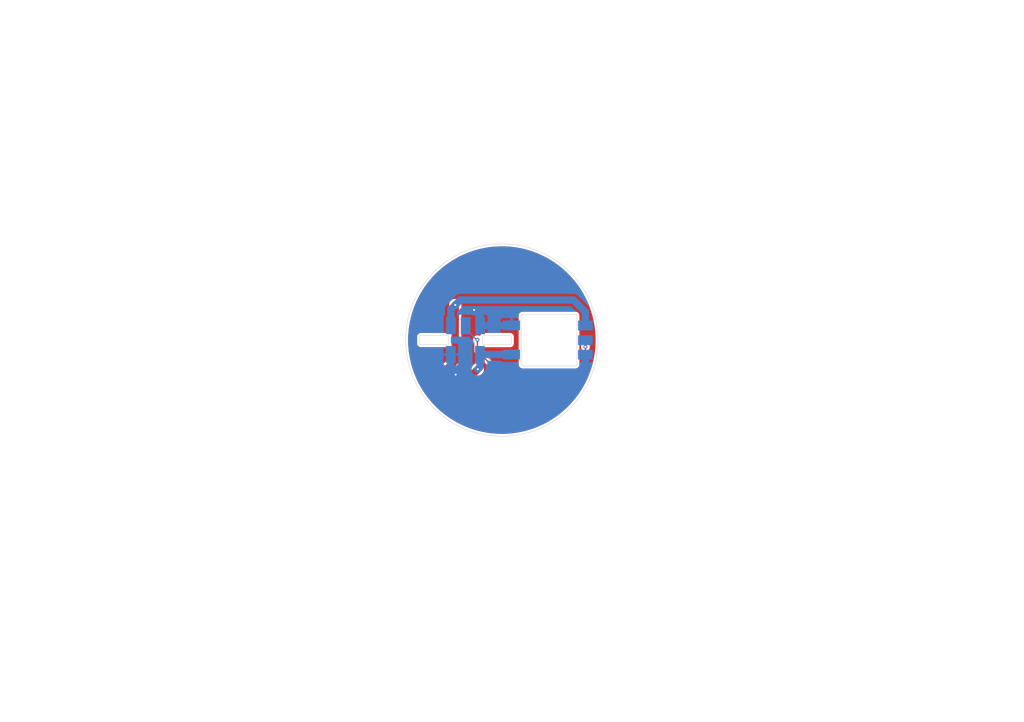
<source format=kicad_pcb>
(kicad_pcb (version 20211014) (generator pcbnew)
  (layers (0 "F.Cu" signal) (31 "B.Cu" signal) (34 "B.Paste" user) (35 "F.Paste" user) (36 "B.SilkS" user "B.Silkscreen") (37 "F.SilkS" user "F.Silkscreen") (38 "B.Mask" user) (39 "F.Mask" user) (44 "Edge.Cuts" user))
  (net 0 "")
  (net 1 "+5V")
  (net 2 "LED1 DATA OUT")
  (net 3 "GND")
  (footprint "Connector:LED strip connector pad" (layer "B.Cu") (at 95.55 72.99 180)
    (fp_text reference "LED4" hide)
    (fp_text value "LED_strip_contact_pads")
    (pad "1" smd rect (at -2.967 0.381 180) (size 2 3.5) (layers "B.Cu" "B.Mask") (net 1 "+5V"))
    (pad "3" smd rect (at 2.9972 0.381 180) (size 2 3.5) (layers "B.Cu" "B.Mask") (net 3 "GND"))
  )
  (footprint "Connector:LED strip connector pad" (layer "B.Cu") (at 95.56 66.33)
    (fp_text reference "LED1" hide)
    (fp_text value "LED_strip_contact_pads")
    (pad "1" smd rect (at -2.967 0.381) (size 2 3.5) (layers "B.Cu" "B.Mask") (net 1 "+5V"))
    (pad "2" smd rect (at 0.0381 0.381) (size 2 3.5) (layers "B.Cu" "B.Mask") (net 2 "LED1 DATA OUT"))
    (pad "3" smd rect (at 2.9972 0.381) (size 2 3.5) (layers "B.Cu" "B.Mask") (net 3 "GND"))
  )
  (footprint "Connector:LED strip connector pad" (layer "B.Cu") (at 120.74 69.6481 -90)
    (fp_text reference "LED2" hide)
    (fp_text value "LED_strip_contact_pads")
    (pad "1" smd rect (at -2.967 0.635 270) (size 2 3) (layers "B.Cu" "B.Mask") (net 1 "+5V"))
    (pad "2" smd rect (at 0.0381 0.635 270) (size 2 3) (layers "B.Cu" "B.Mask") (net 2 "LED1 DATA OUT"))
    (pad "3" smd rect (at 2.9972 0.635 270) (size 2 3) (layers "B.Cu" "B.Mask") (net 3 "GND"))
  )
  (footprint "Connector:LED strip connector pad" (layer "B.Cu") (at 104.599 69.647 90)
    (fp_text reference "LED3" hide)
    (fp_text value "LED_strip_contact_pads")
    (pad "1" smd rect (at -2.967 0.381 90) (size 2 3.5) (layers "B.Cu" "B.Mask") (net 1 "+5V"))
    (pad "3" smd rect (at 2.9972 0.381 90) (size 2 3.5) (layers "B.Cu" "B.Mask") (net 3 "GND"))
  )
  (gr_line (start 99.058428 70.31) (end 99.058428 69.01) (layer "Edge.Cuts") (width 0.1))
  (gr_line (start 104.958428 69.01) (end 104.958428 70.31) (layer "Edge.Cuts") (width 0.1))
  (gr_arc (start 99.058428 69.01) (mid 99.146296 68.797868) (end 99.358428 68.71) (layer "Edge.Cuts") (width 0.1))
  (gr_arc (start 86.158428 69.01) (mid 86.246296 68.797868) (end 86.458428 68.71) (layer "Edge.Cuts") (width 0.1))
  (gr_line (start 99.358428 68.71) (end 104.658428 68.71) (layer "Edge.Cuts") (width 0.1))
  (gr_line (start 86.458428 68.71) (end 91.758428 68.71) (layer "Edge.Cuts") (width 0.1))
  (gr_line (start 104.658428 70.61) (end 99.358428 70.61) (layer "Edge.Cuts") (width 0.1))
  (gr_arc (start 91.758428 68.71) (mid 91.970561 68.797867) (end 92.058428 69.01) (layer "Edge.Cuts") (width 0.1))
  (gr_line (start 118.07 74.96) (end 107.258428 74.96) (layer "Edge.Cuts") (width 0.1))
  (gr_line (start 91.758428 70.61) (end 86.458428 70.61) (layer "Edge.Cuts") (width 0.1))
  (gr_line (start 118.37 64.66) (end 118.37 74.66) (layer "Edge.Cuts") (width 0.1))
  (gr_arc (start 118.07 64.36) (mid 118.282132 64.447868) (end 118.37 64.66) (layer "Edge.Cuts") (width 0.1))
  (gr_line (start 86.158428 70.31) (end 86.158428 69.01) (layer "Edge.Cuts") (width 0.1))
  (gr_arc (start 118.37 74.66) (mid 118.282132 74.872132) (end 118.07 74.96) (layer "Edge.Cuts") (width 0.1))
  (gr_arc (start 106.958428 64.66) (mid 107.046296 64.447868) (end 107.258428 64.36) (layer "Edge.Cuts") (width 0.1))
  (gr_line (start 106.958428 74.66) (end 106.958428 64.66) (layer "Edge.Cuts") (width 0.1))
  (gr_line (start 107.258428 64.36) (end 118.07 64.36) (layer "Edge.Cuts") (width 0.1))
  (gr_line (start 92.058428 69.01) (end 92.058428 70.31) (layer "Edge.Cuts") (width 0.1))
  (gr_arc (start 104.658428 68.71) (mid 104.870561 68.797867) (end 104.958428 69.01) (layer "Edge.Cuts") (width 0.1))
  (gr_arc (start 107.258428 74.96) (mid 107.046296 74.872132) (end 106.958428 74.66) (layer "Edge.Cuts") (width 0.1))
  (gr_arc (start 104.958428 70.31) (mid 104.870561 70.522133) (end 104.658428 70.61) (layer "Edge.Cuts") (width 0.1))
  (gr_circle (center 103.01 69.66) (end 122.71 69.66) (layer "Edge.Cuts") (width 0.1) (fill none))
  (gr_arc (start 99.358428 70.61) (mid 99.146296 70.522132) (end 99.058428 70.31) (layer "Edge.Cuts") (width 0.1))
  (gr_arc (start 92.058428 70.31) (mid 91.970561 70.522133) (end 91.758428 70.61) (layer "Edge.Cuts") (width 0.1))
  (gr_arc (start 86.458428 70.61) (mid 86.246296 70.522132) (end 86.158428 70.31) (layer "Edge.Cuts") (width 0.1))
  (segment (start 91.45 77.64) (end 91.45 75.91) (width 1.5) (layer "F.Cu") (net 1))
  (segment (start 91.45 75.91) (end 93.46 73.9) (width 1.5) (layer "F.Cu") (net 1))
  (segment (start 93.46 62.49) (end 93.475 62.475) (width 1.5) (layer "F.Cu") (net 1))
  (segment (start 94.76 78.95) (end 92.76 78.95) (width 1.5) (layer "F.Cu") (net 1))
  (segment (start 98.08 75.63) (end 94.76 78.95) (width 1.5) (layer "F.Cu") (net 1))
  (segment (start 93.46 73.9) (end 93.46 62.49) (width 1.5) (layer "F.Cu") (net 1))
  (segment (start 92.76 78.95) (end 91.45 77.64) (width 1.5) (layer "F.Cu") (net 1))
  (via (at 98.08 75.63) (size 0.8) (drill 0.4) (layers "F.Cu" "B.Cu") (net 1))
  (via (at 93.475 62.475) (size 0.8) (drill 0.4) (layers "F.Cu" "B.Cu") (net 1))
  (segment (start 93.475 62.475) (end 92.593 63.357) (width 1.5) (layer "B.Cu") (net 1))
  (segment (start 120.105 66.6811) (end 120.105 63.915) (width 1.5) (layer "B.Cu") (net 1))
  (segment (start 117.64 61.45) (end 94.5 61.45) (width 1.5) (layer "B.Cu") (net 1))
  (segment (start 120.105 63.915) (end 117.64 61.45) (width 1.5) (layer "B.Cu") (net 1))
  (segment (start 92.593 63.357) (end 92.593 66.711) (width 1.5) (layer "B.Cu") (net 1))
  (segment (start 98.517 75.193) (end 98.08 75.63) (width 1.5) (layer "B.Cu") (net 1))
  (segment (start 94.5 61.45) (end 93.475 62.475) (width 1.5) (layer "B.Cu") (net 1))
  (segment (start 104.98 72.614) (end 98.522 72.614) (width 1.5) (layer "B.Cu") (net 1))
  (segment (start 98.517 72.609) (end 98.517 75.193) (width 1.5) (layer "B.Cu") (net 1))
  (segment (start 98.522 72.614) (end 98.517 72.609) (width 1.5) (layer "B.Cu") (net 1))
  (segment (start 98.01 69.6) (end 98.01 71.9) (width 0.25) (layer "F.Cu") (net 2))
  (segment (start 120.12 71.055798) (end 120.11 71.045798) (width 0.25) (layer "F.Cu") (net 2))
  (segment (start 120.12 75.03) (end 120.12 71.055798) (width 0.25) (layer "F.Cu") (net 2))
  (segment (start 103.19 77.08) (end 118.07 77.08) (width 0.25) (layer "F.Cu") (net 2))
  (segment (start 118.07 77.08) (end 120.12 75.03) (width 0.25) (layer "F.Cu") (net 2))
  (segment (start 98.01 71.9) (end 103.19 77.08) (width 0.25) (layer "F.Cu") (net 2))
  (via (at 98.01 69.6) (size 0.8) (drill 0.4) (layers "F.Cu" "B.Cu") (net 2))
  (via (at 120.11 71.045798) (size 0.8) (drill 0.4) (layers "F.Cu" "B.Cu") (net 2))
  (segment (start 95.5981 67.3481) (end 95.5981 66.711) (width 0.25) (layer "B.Cu") (net 2))
  (segment (start 120.11 71.045798) (end 120.105 71.040798) (width 0.25) (layer "B.Cu") (net 2))
  (segment (start 97.85 69.6) (end 95.5981 67.3481) (width 0.25) (layer "B.Cu") (net 2))
  (segment (start 120.105 71.040798) (end 120.105 69.6862) (width 0.25) (layer "B.Cu") (net 2))
  (segment (start 98.01 69.6) (end 97.85 69.6) (width 0.25) (layer "B.Cu") (net 2))
  (segment (start 96 74.27) (end 96 64.81) (width 1.5) (layer "F.Cu") (net 3))
  (segment (start 96 64.81) (end 97.32 63.49) (width 1.5) (layer "F.Cu") (net 3))
  (segment (start 93.55 76.72) (end 96 74.27) (width 1.5) (layer "F.Cu") (net 3))
  (via (at 97.32 63.49) (size 0.8) (drill 0.4) (layers "F.Cu" "B.Cu") (net 3))
  (via (at 93.55 76.72) (size 0.8) (drill 0.4) (layers "F.Cu" "B.Cu") (net 3))
  (segment (start 104.9188 66.711) (end 104.98 66.6498) (width 1.5) (layer "B.Cu") (net 3))
  (segment (start 98.5572 64.7272) (end 97.32 63.49) (width 1.5) (layer "B.Cu") (net 3))
  (segment (start 98.5572 66.711) (end 104.9188 66.711) (width 1.5) (layer "B.Cu") (net 3))
  (segment (start 117.83 77.72) (end 120.105 75.445) (width 1.5) (layer "B.Cu") (net 3))
  (segment (start 120.105 75.445) (end 120.105 72.6453) (width 1.5) (layer "B.Cu") (net 3))
  (segment (start 94.55 77.72) (end 117.83 77.72) (width 1.5) (layer "B.Cu") (net 3))
  (segment (start 92.5528 75.7228) (end 92.5528 72.609) (width 1.5) (layer "B.Cu") (net 3))
  (segment (start 93.55 76.72) (end 94.55 77.72) (width 1.5) (layer "B.Cu") (net 3))
  (segment (start 93.55 76.72) (end 92.5528 75.7228) (width 1.5) (layer "B.Cu") (net 3))
  (segment (start 98.5572 66.711) (end 98.5572 64.7272) (width 1.5) (layer "B.Cu") (net 3))
  (zone (net 3) (net_name "GND") (layers F&B.Cu) (connect_pads (clearance 0.508)) (min_thickness 0.254) (fill yes (thermal_gap 0.508) (thermal_bridge_width 0.508))
    (polygon (pts (xy 209.92 147.9) (xy 0.27 147.9) (xy 0.27 0.04) (xy 209.92 0.04)))
  )
)
</source>
